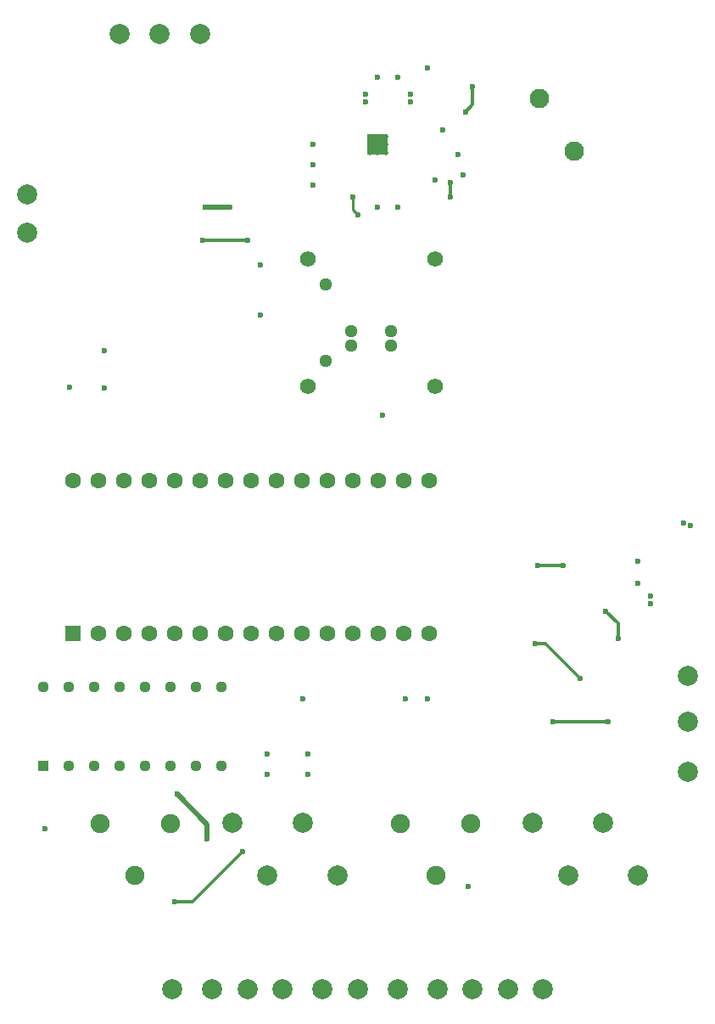
<source format=gbr>
%TF.GenerationSoftware,KiCad,Pcbnew,(6.0.5)*%
%TF.CreationDate,2023-05-26T17:46:03+02:00*%
%TF.ProjectId,EDUEXO-custom-PCB,45445545-584f-42d6-9375-73746f6d2d50,rev?*%
%TF.SameCoordinates,Original*%
%TF.FileFunction,Copper,L4,Bot*%
%TF.FilePolarity,Positive*%
%FSLAX46Y46*%
G04 Gerber Fmt 4.6, Leading zero omitted, Abs format (unit mm)*
G04 Created by KiCad (PCBNEW (6.0.5)) date 2023-05-26 17:46:03*
%MOMM*%
%LPD*%
G01*
G04 APERTURE LIST*
%TA.AperFunction,ComponentPad*%
%ADD10R,1.130000X1.130000*%
%TD*%
%TA.AperFunction,ComponentPad*%
%ADD11C,1.130000*%
%TD*%
%TA.AperFunction,ComponentPad*%
%ADD12C,2.000000*%
%TD*%
%TA.AperFunction,ComponentPad*%
%ADD13R,1.600000X1.600000*%
%TD*%
%TA.AperFunction,ComponentPad*%
%ADD14C,1.600000*%
%TD*%
%TA.AperFunction,ComponentPad*%
%ADD15C,1.900000*%
%TD*%
%TA.AperFunction,ComponentPad*%
%ADD16C,0.500000*%
%TD*%
%TA.AperFunction,SMDPad,CuDef*%
%ADD17R,2.100000X2.100000*%
%TD*%
%TA.AperFunction,ComponentPad*%
%ADD18C,1.950000*%
%TD*%
%TA.AperFunction,ComponentPad*%
%ADD19C,1.578074*%
%TD*%
%TA.AperFunction,ComponentPad*%
%ADD20C,1.280000*%
%TD*%
%TA.AperFunction,ViaPad*%
%ADD21C,0.600000*%
%TD*%
%TA.AperFunction,Conductor*%
%ADD22C,0.300000*%
%TD*%
%TA.AperFunction,Conductor*%
%ADD23C,0.500000*%
%TD*%
%TA.AperFunction,Conductor*%
%ADD24C,0.261112*%
%TD*%
G04 APERTURE END LIST*
D10*
%TO.P,U1,1,V+*%
%TO.N,+3V3*%
X168610000Y-175470000D03*
D11*
%TO.P,U1,2,~{SLEEP}*%
X171150000Y-175470000D03*
%TO.P,U1,3,V-*%
%TO.N,Earth*%
X173690000Y-175470000D03*
%TO.P,U1,4,VREFOUT*%
%TO.N,+5V*%
X176230000Y-175470000D03*
%TO.P,U1,5,IAREF*%
%TO.N,Net-(U1-Pad14)*%
X178770000Y-175470000D03*
%TO.P,U1,6,V+IN*%
%TO.N,/SG0_SIGNAL0_V*%
X181310000Y-175470000D03*
%TO.P,U1,7,V-IN*%
%TO.N,/SG0_SIGNAL1_V*%
X183850000Y-175470000D03*
%TO.P,U1,8,RG*%
%TO.N,Net-(R1-Pad2)*%
X186390000Y-175470000D03*
%TO.P,U1,9,RG*%
%TO.N,Net-(R1-Pad1)*%
X186390000Y-167530000D03*
%TO.P,U1,10,VO*%
%TO.N,/INA125P AMPLIFIER/SG0_OUTPUT_V*%
X183850000Y-167530000D03*
%TO.P,U1,11,SENSE*%
X181310000Y-167530000D03*
%TO.P,U1,12,VREFCOM*%
%TO.N,Earth*%
X178770000Y-167530000D03*
%TO.P,U1,13,VREFBG*%
%TO.N,unconnected-(U1-Pad13)*%
X176230000Y-167530000D03*
%TO.P,U1,14,VREF2.5*%
%TO.N,Net-(U1-Pad14)*%
X173690000Y-167530000D03*
%TO.P,U1,15,VREF5*%
%TO.N,+5V*%
X171150000Y-167530000D03*
%TO.P,U1,16,VREF10*%
%TO.N,unconnected-(U1-Pad16)*%
X168610000Y-167530000D03*
%TD*%
D12*
%TO.P,GND3,1,1*%
%TO.N,Earth*%
X181500000Y-197750000D03*
%TD*%
%TO.P,POWER_SRV0,1,1*%
%TO.N,/SRV0_POWER*%
X215000000Y-197750000D03*
%TD*%
%TO.P,+5V0,1,1*%
%TO.N,+5V*%
X204000000Y-197750000D03*
%TD*%
%TO.P,VREGN0,1,1*%
%TO.N,VPP*%
X184250000Y-102500000D03*
%TD*%
%TO.P,EMG0,1,1*%
%TO.N,/EMG0_V*%
X200000000Y-197750000D03*
%TD*%
%TO.P,J4,1,Pin_1*%
%TO.N,Earth*%
X228000000Y-186350000D03*
%TO.P,J4,2,Pin_2*%
%TO.N,/SRV0_ANGLE_V*%
X221000000Y-186350000D03*
%TO.P,J4,3,Pin_3*%
%TO.N,/SRV0_DRIVE_PWM*%
X224500000Y-181150000D03*
%TO.P,J4,4,Pin_4*%
%TO.N,/SRV0_POWER*%
X217500000Y-181150000D03*
%TD*%
%TO.P,J3,1,Pin_1*%
%TO.N,+5V*%
X198000000Y-186350000D03*
%TO.P,J3,2,Pin_2*%
%TO.N,/SG0_SIGNAL0_V*%
X191000000Y-186350000D03*
%TO.P,J3,3,Pin_3*%
%TO.N,/SG0_SIGNAL1_V*%
X194500000Y-181150000D03*
%TO.P,J3,4,Pin_4*%
%TO.N,Earth*%
X187500000Y-181150000D03*
%TD*%
D13*
%TO.P,A1,1,D13*%
%TO.N,unconnected-(A1-Pad1)*%
X171604000Y-162230000D03*
D14*
%TO.P,A1,2,+3V3*%
%TO.N,+3V3*%
X174144000Y-162230000D03*
%TO.P,A1,3,AREF*%
%TO.N,unconnected-(A1-Pad3)*%
X176684000Y-162230000D03*
%TO.P,A1,4,A0/DAC0*%
%TO.N,/INA125P AMPLIFIER/SG0_OUTPUT_V*%
X179224000Y-162230000D03*
%TO.P,A1,5,A1*%
%TO.N,/EMG0_V*%
X181764000Y-162230000D03*
%TO.P,A1,6,A2*%
%TO.N,/EMG1_V*%
X184304000Y-162230000D03*
%TO.P,A1,7,A3*%
%TO.N,/SRV0_ANGLE_V*%
X186844000Y-162230000D03*
%TO.P,A1,8,A4/SDA*%
%TO.N,unconnected-(A1-Pad8)*%
X189384000Y-162230000D03*
%TO.P,A1,9,A5/SCL*%
%TO.N,unconnected-(A1-Pad9)*%
X191924000Y-162230000D03*
%TO.P,A1,10,A6*%
%TO.N,/Nano 33 IOT /BAT_VALUE_V*%
X194464000Y-162230000D03*
%TO.P,A1,11,A7*%
%TO.N,unconnected-(A1-Pad11)*%
X197004000Y-162230000D03*
%TO.P,A1,12,VUSB*%
%TO.N,unconnected-(A1-Pad12)*%
X199544000Y-162230000D03*
%TO.P,A1,13,RST*%
%TO.N,unconnected-(A1-Pad13)*%
X202084000Y-162230000D03*
%TO.P,A1,14,GND*%
%TO.N,Earth*%
X204624000Y-162230000D03*
%TO.P,A1,15,VIN*%
%TO.N,Net-(A1-Pad15)*%
X207164000Y-162230000D03*
%TO.P,A1,16,TX*%
%TO.N,unconnected-(A1-Pad16)*%
X207164000Y-146990000D03*
%TO.P,A1,17,RX*%
%TO.N,unconnected-(A1-Pad17)*%
X204624000Y-146990000D03*
%TO.P,A1,18,RST*%
%TO.N,unconnected-(A1-Pad18)*%
X202084000Y-146990000D03*
%TO.P,A1,19,GND*%
%TO.N,Earth*%
X199544000Y-146990000D03*
%TO.P,A1,20,D2*%
%TO.N,/Nano 33 IOT /SRV0_ARDu_CONTROL_V*%
X197004000Y-146990000D03*
%TO.P,A1,21,D3/PWM*%
%TO.N,/Nano 33 IOT /STATUS_LED_B*%
X194464000Y-146990000D03*
%TO.P,A1,22,D4*%
%TO.N,unconnected-(A1-Pad22)*%
X191924000Y-146990000D03*
%TO.P,A1,23,D5/PWM*%
%TO.N,/SRV0_DRIVE_PWM*%
X189384000Y-146990000D03*
%TO.P,A1,24,D6/PWM*%
%TO.N,/Nano 33 IOT /STATUS_LED_G*%
X186844000Y-146990000D03*
%TO.P,A1,25,D7*%
%TO.N,unconnected-(A1-Pad25)*%
X184304000Y-146990000D03*
%TO.P,A1,26,D8*%
%TO.N,unconnected-(A1-Pad26)*%
X181764000Y-146990000D03*
%TO.P,A1,27,D9/PWM*%
%TO.N,/Nano 33 IOT /STATUS_LED_R*%
X179224000Y-146990000D03*
%TO.P,A1,28,D10/PWM*%
%TO.N,unconnected-(A1-Pad28)*%
X176684000Y-146990000D03*
%TO.P,A1,29,D11/MOSI_*%
%TO.N,unconnected-(A1-Pad29)*%
X174144000Y-146990000D03*
%TO.P,A1,30,D12/MISO*%
%TO.N,unconnected-(A1-Pad30)*%
X171604000Y-146990000D03*
%TD*%
D15*
%TO.P,J1,1,Pin_1*%
%TO.N,+3V3*%
X204300000Y-181200000D03*
%TO.P,J1,2,Pin_2*%
%TO.N,/EMG0_V*%
X207800000Y-186400000D03*
%TO.P,J1,3,Pin_3*%
%TO.N,Earth*%
X211300000Y-181200000D03*
%TD*%
D12*
%TO.P,DRIVE_PWM_SRV0,1,1*%
%TO.N,/SRV0_DRIVE_PWM*%
X218500000Y-197750000D03*
%TD*%
%TO.P,ARDu_CONTROL_SRV0,1,1*%
%TO.N,/Nano 33 IOT /SRV0_ARDu_CONTROL_V*%
X233000000Y-166500000D03*
%TD*%
%TO.P,SG0_SGN1,1,1*%
%TO.N,/SG0_SIGNAL1_V*%
X189000000Y-197750000D03*
%TD*%
D16*
%TO.P,U2,25,PAD*%
%TO.N,Earth*%
X202800000Y-112700000D03*
X202800000Y-114300000D03*
X202000000Y-112700000D03*
X202000000Y-113500000D03*
X202800000Y-113500000D03*
X201200000Y-112700000D03*
X201200000Y-113500000D03*
D17*
X202000000Y-113500000D03*
D16*
X202000000Y-114300000D03*
X201200000Y-114300000D03*
%TD*%
D12*
%TO.P,BAT_VALUE_0,1,1*%
%TO.N,/Nano 33 IOT /BAT_VALUE_V*%
X233000000Y-171000000D03*
%TD*%
D18*
%TO.P,J6,1,Pin_1*%
%TO.N,/BAT0_INPUT*%
X218124000Y-108920000D03*
%TO.P,J6,2,Pin_2*%
%TO.N,Earth*%
X221624000Y-114120000D03*
%TD*%
D12*
%TO.P,EMG1,1,1*%
%TO.N,/EMG1_V*%
X196500000Y-197750000D03*
%TD*%
%TO.P,VBUS0,1,1*%
%TO.N,VBUS*%
X167000000Y-118500000D03*
%TD*%
%TO.P,GND4,1,1*%
%TO.N,Earth*%
X167000000Y-122250000D03*
%TD*%
%TO.P,SG0_SGN0,1,1*%
%TO.N,/SG0_SIGNAL0_V*%
X192500000Y-197750000D03*
%TD*%
D15*
%TO.P,J2,1,Pin_1*%
%TO.N,+3V3*%
X174300000Y-181200000D03*
%TO.P,J2,2,Pin_2*%
%TO.N,/EMG1_V*%
X177800000Y-186400000D03*
%TO.P,J2,3,Pin_3*%
%TO.N,Earth*%
X181300000Y-181200000D03*
%TD*%
D12*
%TO.P,GND1,1,1*%
%TO.N,Earth*%
X233000000Y-176000000D03*
%TD*%
%TO.P,VDC0,1,1*%
%TO.N,VDC*%
X180250000Y-102500000D03*
%TD*%
D19*
%TO.P,U3,*%
%TO.N,*%
X207700000Y-124904700D03*
X195000000Y-124904700D03*
X207700000Y-137604700D03*
X195000000Y-137604700D03*
D20*
%TO.P,U3,1,1*%
%TO.N,VDC*%
X196850000Y-127444700D03*
%TO.P,U3,2,2*%
%TO.N,Net-(D1-Pad2)*%
X196850000Y-135064700D03*
%TO.P,U3,3,R1*%
%TO.N,/Nano 33 IOT /STATUS_LED_R*%
X203350000Y-132054700D03*
%TO.P,U3,4,G1*%
%TO.N,/Nano 33 IOT /STATUS_LED_G*%
X203350000Y-133554700D03*
%TO.P,U3,5,B1*%
%TO.N,/Nano 33 IOT /STATUS_LED_B*%
X199350000Y-132054700D03*
%TO.P,U3,6,C1*%
%TO.N,+3V3*%
X199350000Y-133554700D03*
%TD*%
D12*
%TO.P,OUTPUT_SG0,1,1*%
%TO.N,/INA125P AMPLIFIER/SG0_OUTPUT_V*%
X185500000Y-197750000D03*
%TD*%
%TO.P,+3V3,1,1*%
%TO.N,+3V3*%
X208000000Y-197750000D03*
%TD*%
%TO.P,GND2,1,1*%
%TO.N,Earth*%
X176250000Y-102500000D03*
%TD*%
%TO.P,ANGLE_SRV0,1,1*%
%TO.N,/SRV0_ANGLE_V*%
X211500000Y-197750000D03*
%TD*%
D21*
%TO.N,Earth*%
X195500000Y-117500000D03*
X195500000Y-115500000D03*
X210500000Y-116500000D03*
X204000000Y-119750000D03*
X204750000Y-168750000D03*
X204000000Y-106750000D03*
X207750000Y-117000000D03*
X207000000Y-168750000D03*
X174750000Y-137750000D03*
X208500000Y-112000000D03*
X202000000Y-106750000D03*
X228000000Y-157250000D03*
X174750000Y-134015000D03*
X195000000Y-176250000D03*
X210000000Y-114500000D03*
X207000000Y-105849500D03*
X168750000Y-181750000D03*
X195000000Y-174250000D03*
X190250000Y-125500000D03*
X202000000Y-119750000D03*
X171250000Y-137652250D03*
X202500000Y-140500000D03*
X194500000Y-168750000D03*
X228000000Y-155000000D03*
X195500000Y-113500000D03*
X190250000Y-130500000D03*
%TO.N,+5V*%
X191000000Y-176250000D03*
X191000000Y-174250000D03*
%TO.N,+3V3*%
X211000000Y-187500000D03*
%TO.N,/EMG1_V*%
X188500000Y-184000000D03*
X181750000Y-189000000D03*
%TO.N,VDC*%
X232500000Y-151250000D03*
X205250000Y-109250000D03*
X200750000Y-108500000D03*
X205250000Y-108500000D03*
X229250000Y-159250000D03*
X233250000Y-151500000D03*
X229250000Y-158500000D03*
X200750000Y-109250000D03*
%TO.N,VBUS*%
X184750000Y-119750000D03*
X187250000Y-119750000D03*
%TO.N,/Nano 33 IOT /BAT_VALUE_V*%
X225000000Y-171000000D03*
X219500000Y-171000000D03*
%TO.N,/Nano 33 IOT /SRV0_ARDu_CONTROL_V*%
X220500000Y-155500000D03*
X226000000Y-162750000D03*
X224750000Y-160000000D03*
X218000000Y-155500000D03*
%TO.N,/SRV0_DRIVE_PWM*%
X222250000Y-166750000D03*
X217750000Y-163250000D03*
%TO.N,/SG0_SIGNAL0_V*%
X182000000Y-178250000D03*
X185000000Y-182750000D03*
%TO.N,/BQ25886 BATTERY MANAGMENT/D+*%
X199500000Y-118750000D03*
X200000000Y-120500000D03*
%TO.N,Net-(D2-Pad1)*%
X209250000Y-117250000D03*
X209250000Y-118750000D03*
%TO.N,Net-(C4-Pad2)*%
X210750000Y-110250000D03*
X211500000Y-107750000D03*
%TO.N,Net-(D3-Pad1)*%
X184500000Y-123000000D03*
X189000000Y-123000000D03*
%TD*%
D22*
%TO.N,/EMG1_V*%
X188500000Y-184000000D02*
X183500000Y-189000000D01*
X183500000Y-189000000D02*
X181750000Y-189000000D01*
D23*
%TO.N,VBUS*%
X187250000Y-119750000D02*
X184750000Y-119750000D01*
D22*
%TO.N,/Nano 33 IOT /BAT_VALUE_V*%
X225000000Y-171000000D02*
X219500000Y-171000000D01*
%TO.N,/Nano 33 IOT /SRV0_ARDu_CONTROL_V*%
X224750000Y-160000000D02*
X226000000Y-161250000D01*
X220500000Y-155500000D02*
X218000000Y-155500000D01*
X226000000Y-161250000D02*
X226000000Y-162750000D01*
%TO.N,/SRV0_DRIVE_PWM*%
X218750000Y-163250000D02*
X217750000Y-163250000D01*
X222250000Y-166750000D02*
X218750000Y-163250000D01*
D23*
%TO.N,/SG0_SIGNAL0_V*%
X182000000Y-178250000D02*
X185000000Y-181250000D01*
X185000000Y-181250000D02*
X185000000Y-182750000D01*
D24*
%TO.N,/BQ25886 BATTERY MANAGMENT/D+*%
X199500000Y-120000000D02*
X200000000Y-120500000D01*
X199500000Y-118750000D02*
X199500000Y-120000000D01*
D22*
%TO.N,Net-(D2-Pad1)*%
X209250000Y-117250000D02*
X209250000Y-118750000D01*
%TO.N,Net-(C4-Pad2)*%
X211500000Y-109500000D02*
X211500000Y-107750000D01*
X210750000Y-110250000D02*
X211500000Y-109500000D01*
%TO.N,Net-(D3-Pad1)*%
X184500000Y-123000000D02*
X189000000Y-123000000D01*
%TD*%
M02*

</source>
